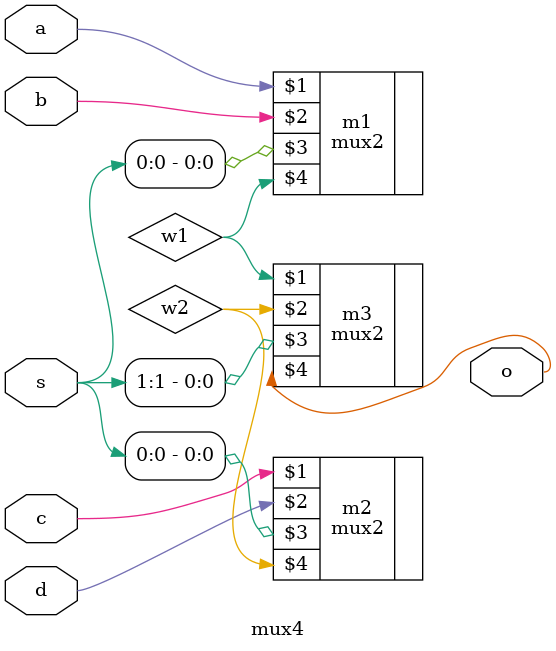
<source format=v>
module mux4(a,b,c,d,s,o);
input a,b,c,d;
input [1:0]s;
output o;
wire w1,w2;
//behavioural and without using mux2
/*assign o=((~s[1]&~s[0]&a)|(~s[1]&s[0]&b)|(s[1]&~s[0]&c)|(s[1]&s[0]&d));*/
//with using mux2
mux2 m1(a,b,s[0],w1);
mux2 m2(c,d,s[0],w2);
mux2 m3(w1,w2,s[1],o);
//
endmodule

</source>
